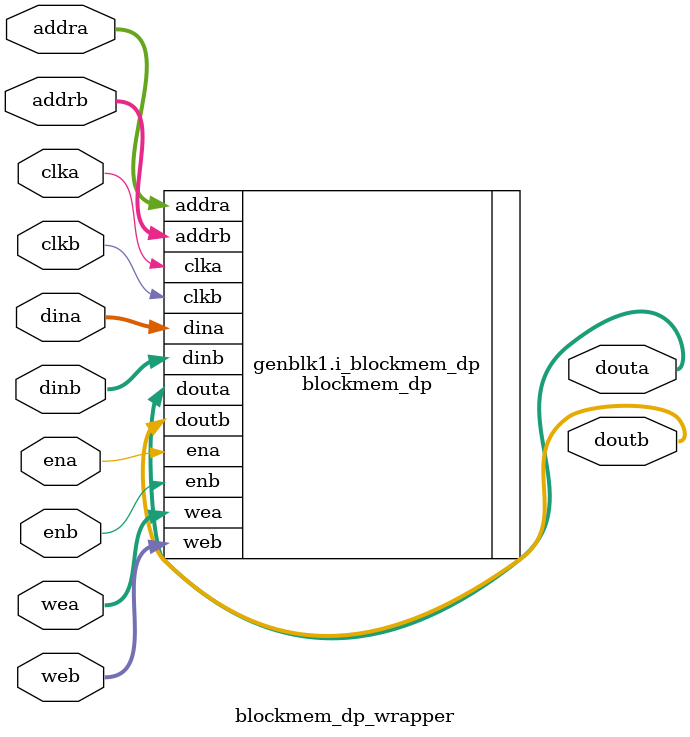
<source format=sv>
module blockmem_dp_wrapper (
     clka
    ,ena
    ,wea
    ,addra
    ,dina
    ,douta
    ,clkb
    ,enb
    ,web
    ,addrb
    ,dinb
    ,doutb
    );
    parameter  integer G_MEMWIDTH  = 32;
    parameter  integer G_MEMDEPTH  = 1024;
    parameter          G_INIT_FILE = "" ;
    parameter  integer G_USEIP     = 0 ;
    localparam integer G_ADDRWIDTH = $clog2(G_MEMDEPTH);
    localparam integer G_WEWIDTH   = ((G_MEMWIDTH-1)/8)+1;

    input                    clka;
    input                    ena;
    input  [G_WEWIDTH-1:0]   wea;
    input  [G_ADDRWIDTH-1:0] addra;
    input  [G_MEMWIDTH-1:0]  dina;
    output [G_MEMWIDTH-1:0]  douta;
    input                    clkb;
    input                    enb;
    input  [G_WEWIDTH-1:0]   web;
    input  [G_ADDRWIDTH-1:0] addrb;
    input  [G_MEMWIDTH-1:0]  dinb;
    output [G_MEMWIDTH-1:0]  doutb;


    if (0 == G_USEIP) begin
        blockmem_dp #(
            .G_MEMWIDTH  (G_MEMWIDTH),
            .G_MEMDEPTH  (G_MEMDEPTH),
            .G_INIT_FILE (G_INIT_FILE)
        )
        i_blockmem_dp (
            .clka       ( clka  ),
            .ena        ( ena   ),
            .wea        ( wea   ),
            .addra      ( addra ),
            .dina       ( dina  ),
            .douta      ( douta ),
            .clkb       ( clkb  ),
            .enb        ( enb   ),
            .web        ( web   ),
            .addrb      ( addrb ),
            .dinb       ( dinb  ),
            .doutb      ( doutb )
        );
    end else begin
        blockmem_dp #(
            .G_MEMWIDTH  (G_MEMWIDTH),
            .G_MEMDEPTH  (G_MEMDEPTH),
            .G_INIT_FILE (G_INIT_FILE)
        )
        i_blockmem_dp (
            .clka       ( clka  ),
            .ena        ( ena   ),
            .wea        ( wea   ),
            .addra      ( addra ),
            .dina       ( dina  ),
            .douta      ( douta ),
            .clkb       ( clkb  ),
            .enb        ( enb   ),
            .web        ( web   ),
            .addrb      ( addrb ),
            .dinb       ( dinb  ),
            .doutb      ( doutb )
        );
    end

endmodule

</source>
